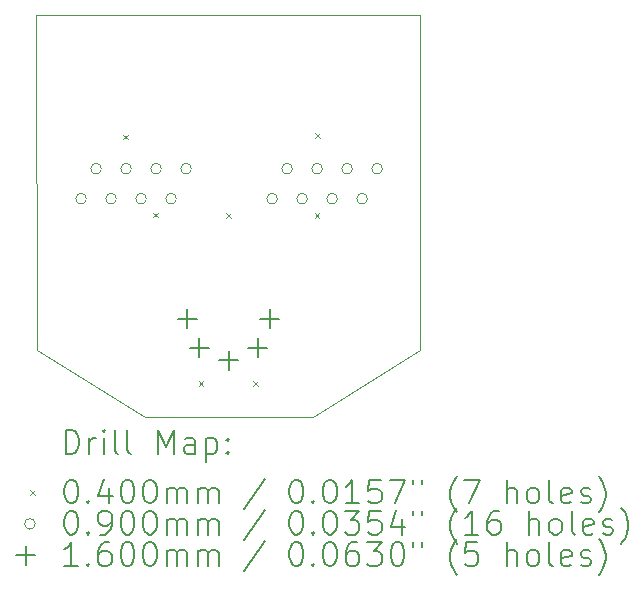
<source format=gbr>
%TF.GenerationSoftware,KiCad,Pcbnew,(6.0.11)*%
%TF.CreationDate,2024-01-24T22:10:26+00:00*%
%TF.ProjectId,Econet_RJ45_Mini,45636f6e-6574-45f5-924a-34355f4d696e,rev?*%
%TF.SameCoordinates,Original*%
%TF.FileFunction,Drillmap*%
%TF.FilePolarity,Positive*%
%FSLAX45Y45*%
G04 Gerber Fmt 4.5, Leading zero omitted, Abs format (unit mm)*
G04 Created by KiCad (PCBNEW (6.0.11)) date 2024-01-24 22:10:26*
%MOMM*%
%LPD*%
G01*
G04 APERTURE LIST*
%ADD10C,0.100000*%
%ADD11C,0.200000*%
%ADD12C,0.040000*%
%ADD13C,0.090000*%
%ADD14C,0.160000*%
G04 APERTURE END LIST*
D10*
X17306000Y-7464000D02*
X18219000Y-6900000D01*
X18219000Y-4061000D02*
X18219000Y-6900000D01*
X15884000Y-7464000D02*
X14971000Y-6900000D01*
X15884000Y-7464000D02*
X17306000Y-7464000D01*
X14963000Y-4061000D02*
X18219000Y-4061000D01*
X14963000Y-4061000D02*
X14971000Y-6900000D01*
D11*
D12*
X15705000Y-5077000D02*
X15745000Y-5117000D01*
X15745000Y-5077000D02*
X15705000Y-5117000D01*
X15959000Y-5738000D02*
X15999000Y-5778000D01*
X15999000Y-5738000D02*
X15959000Y-5778000D01*
X16341000Y-7167000D02*
X16381000Y-7207000D01*
X16381000Y-7167000D02*
X16341000Y-7207000D01*
X16574000Y-5740000D02*
X16614000Y-5780000D01*
X16614000Y-5740000D02*
X16574000Y-5780000D01*
X16804000Y-7167000D02*
X16844000Y-7207000D01*
X16844000Y-7167000D02*
X16804000Y-7207000D01*
X17324000Y-5743000D02*
X17364000Y-5783000D01*
X17364000Y-5743000D02*
X17324000Y-5783000D01*
X17327000Y-5066000D02*
X17367000Y-5106000D01*
X17367000Y-5066000D02*
X17327000Y-5106000D01*
D13*
X15390982Y-5619533D02*
G75*
G03*
X15390982Y-5619533I-45000J0D01*
G01*
X15517982Y-5365534D02*
G75*
G03*
X15517982Y-5365534I-45000J0D01*
G01*
X15644982Y-5619533D02*
G75*
G03*
X15644982Y-5619533I-45000J0D01*
G01*
X15771982Y-5365534D02*
G75*
G03*
X15771982Y-5365534I-45000J0D01*
G01*
X15898982Y-5619533D02*
G75*
G03*
X15898982Y-5619533I-45000J0D01*
G01*
X16025982Y-5365534D02*
G75*
G03*
X16025982Y-5365534I-45000J0D01*
G01*
X16152982Y-5619533D02*
G75*
G03*
X16152982Y-5619533I-45000J0D01*
G01*
X16279982Y-5365534D02*
G75*
G03*
X16279982Y-5365534I-45000J0D01*
G01*
X17008982Y-5619533D02*
G75*
G03*
X17008982Y-5619533I-45000J0D01*
G01*
X17135982Y-5365534D02*
G75*
G03*
X17135982Y-5365534I-45000J0D01*
G01*
X17262982Y-5619533D02*
G75*
G03*
X17262982Y-5619533I-45000J0D01*
G01*
X17389982Y-5365534D02*
G75*
G03*
X17389982Y-5365534I-45000J0D01*
G01*
X17516982Y-5619533D02*
G75*
G03*
X17516982Y-5619533I-45000J0D01*
G01*
X17643982Y-5365534D02*
G75*
G03*
X17643982Y-5365534I-45000J0D01*
G01*
X17770982Y-5619533D02*
G75*
G03*
X17770982Y-5619533I-45000J0D01*
G01*
X17897982Y-5365534D02*
G75*
G03*
X17897982Y-5365534I-45000J0D01*
G01*
D14*
X16245000Y-6556000D02*
X16245000Y-6716000D01*
X16165000Y-6636000D02*
X16325000Y-6636000D01*
X16348000Y-6803000D02*
X16348000Y-6963000D01*
X16268000Y-6883000D02*
X16428000Y-6883000D01*
X16595000Y-6906000D02*
X16595000Y-7066000D01*
X16515000Y-6986000D02*
X16675000Y-6986000D01*
X16842000Y-6803000D02*
X16842000Y-6963000D01*
X16762000Y-6883000D02*
X16922000Y-6883000D01*
X16945000Y-6556000D02*
X16945000Y-6716000D01*
X16865000Y-6636000D02*
X17025000Y-6636000D01*
D11*
X15215619Y-7779476D02*
X15215619Y-7579476D01*
X15263238Y-7579476D01*
X15291809Y-7589000D01*
X15310857Y-7608048D01*
X15320381Y-7627095D01*
X15329905Y-7665190D01*
X15329905Y-7693762D01*
X15320381Y-7731857D01*
X15310857Y-7750905D01*
X15291809Y-7769952D01*
X15263238Y-7779476D01*
X15215619Y-7779476D01*
X15415619Y-7779476D02*
X15415619Y-7646143D01*
X15415619Y-7684238D02*
X15425143Y-7665190D01*
X15434667Y-7655667D01*
X15453714Y-7646143D01*
X15472762Y-7646143D01*
X15539428Y-7779476D02*
X15539428Y-7646143D01*
X15539428Y-7579476D02*
X15529905Y-7589000D01*
X15539428Y-7598524D01*
X15548952Y-7589000D01*
X15539428Y-7579476D01*
X15539428Y-7598524D01*
X15663238Y-7779476D02*
X15644190Y-7769952D01*
X15634667Y-7750905D01*
X15634667Y-7579476D01*
X15768000Y-7779476D02*
X15748952Y-7769952D01*
X15739428Y-7750905D01*
X15739428Y-7579476D01*
X15996571Y-7779476D02*
X15996571Y-7579476D01*
X16063238Y-7722333D01*
X16129905Y-7579476D01*
X16129905Y-7779476D01*
X16310857Y-7779476D02*
X16310857Y-7674714D01*
X16301333Y-7655667D01*
X16282286Y-7646143D01*
X16244190Y-7646143D01*
X16225143Y-7655667D01*
X16310857Y-7769952D02*
X16291809Y-7779476D01*
X16244190Y-7779476D01*
X16225143Y-7769952D01*
X16215619Y-7750905D01*
X16215619Y-7731857D01*
X16225143Y-7712809D01*
X16244190Y-7703286D01*
X16291809Y-7703286D01*
X16310857Y-7693762D01*
X16406095Y-7646143D02*
X16406095Y-7846143D01*
X16406095Y-7655667D02*
X16425143Y-7646143D01*
X16463238Y-7646143D01*
X16482286Y-7655667D01*
X16491809Y-7665190D01*
X16501333Y-7684238D01*
X16501333Y-7741381D01*
X16491809Y-7760428D01*
X16482286Y-7769952D01*
X16463238Y-7779476D01*
X16425143Y-7779476D01*
X16406095Y-7769952D01*
X16587048Y-7760428D02*
X16596571Y-7769952D01*
X16587048Y-7779476D01*
X16577524Y-7769952D01*
X16587048Y-7760428D01*
X16587048Y-7779476D01*
X16587048Y-7655667D02*
X16596571Y-7665190D01*
X16587048Y-7674714D01*
X16577524Y-7665190D01*
X16587048Y-7655667D01*
X16587048Y-7674714D01*
D12*
X14918000Y-8089000D02*
X14958000Y-8129000D01*
X14958000Y-8089000D02*
X14918000Y-8129000D01*
D11*
X15253714Y-7999476D02*
X15272762Y-7999476D01*
X15291809Y-8009000D01*
X15301333Y-8018524D01*
X15310857Y-8037571D01*
X15320381Y-8075667D01*
X15320381Y-8123286D01*
X15310857Y-8161381D01*
X15301333Y-8180428D01*
X15291809Y-8189952D01*
X15272762Y-8199476D01*
X15253714Y-8199476D01*
X15234667Y-8189952D01*
X15225143Y-8180428D01*
X15215619Y-8161381D01*
X15206095Y-8123286D01*
X15206095Y-8075667D01*
X15215619Y-8037571D01*
X15225143Y-8018524D01*
X15234667Y-8009000D01*
X15253714Y-7999476D01*
X15406095Y-8180428D02*
X15415619Y-8189952D01*
X15406095Y-8199476D01*
X15396571Y-8189952D01*
X15406095Y-8180428D01*
X15406095Y-8199476D01*
X15587048Y-8066143D02*
X15587048Y-8199476D01*
X15539428Y-7989952D02*
X15491809Y-8132809D01*
X15615619Y-8132809D01*
X15729905Y-7999476D02*
X15748952Y-7999476D01*
X15768000Y-8009000D01*
X15777524Y-8018524D01*
X15787048Y-8037571D01*
X15796571Y-8075667D01*
X15796571Y-8123286D01*
X15787048Y-8161381D01*
X15777524Y-8180428D01*
X15768000Y-8189952D01*
X15748952Y-8199476D01*
X15729905Y-8199476D01*
X15710857Y-8189952D01*
X15701333Y-8180428D01*
X15691809Y-8161381D01*
X15682286Y-8123286D01*
X15682286Y-8075667D01*
X15691809Y-8037571D01*
X15701333Y-8018524D01*
X15710857Y-8009000D01*
X15729905Y-7999476D01*
X15920381Y-7999476D02*
X15939428Y-7999476D01*
X15958476Y-8009000D01*
X15968000Y-8018524D01*
X15977524Y-8037571D01*
X15987048Y-8075667D01*
X15987048Y-8123286D01*
X15977524Y-8161381D01*
X15968000Y-8180428D01*
X15958476Y-8189952D01*
X15939428Y-8199476D01*
X15920381Y-8199476D01*
X15901333Y-8189952D01*
X15891809Y-8180428D01*
X15882286Y-8161381D01*
X15872762Y-8123286D01*
X15872762Y-8075667D01*
X15882286Y-8037571D01*
X15891809Y-8018524D01*
X15901333Y-8009000D01*
X15920381Y-7999476D01*
X16072762Y-8199476D02*
X16072762Y-8066143D01*
X16072762Y-8085190D02*
X16082286Y-8075667D01*
X16101333Y-8066143D01*
X16129905Y-8066143D01*
X16148952Y-8075667D01*
X16158476Y-8094714D01*
X16158476Y-8199476D01*
X16158476Y-8094714D02*
X16168000Y-8075667D01*
X16187048Y-8066143D01*
X16215619Y-8066143D01*
X16234667Y-8075667D01*
X16244190Y-8094714D01*
X16244190Y-8199476D01*
X16339428Y-8199476D02*
X16339428Y-8066143D01*
X16339428Y-8085190D02*
X16348952Y-8075667D01*
X16368000Y-8066143D01*
X16396571Y-8066143D01*
X16415619Y-8075667D01*
X16425143Y-8094714D01*
X16425143Y-8199476D01*
X16425143Y-8094714D02*
X16434667Y-8075667D01*
X16453714Y-8066143D01*
X16482286Y-8066143D01*
X16501333Y-8075667D01*
X16510857Y-8094714D01*
X16510857Y-8199476D01*
X16901333Y-7989952D02*
X16729905Y-8247095D01*
X17158476Y-7999476D02*
X17177524Y-7999476D01*
X17196571Y-8009000D01*
X17206095Y-8018524D01*
X17215619Y-8037571D01*
X17225143Y-8075667D01*
X17225143Y-8123286D01*
X17215619Y-8161381D01*
X17206095Y-8180428D01*
X17196571Y-8189952D01*
X17177524Y-8199476D01*
X17158476Y-8199476D01*
X17139429Y-8189952D01*
X17129905Y-8180428D01*
X17120381Y-8161381D01*
X17110857Y-8123286D01*
X17110857Y-8075667D01*
X17120381Y-8037571D01*
X17129905Y-8018524D01*
X17139429Y-8009000D01*
X17158476Y-7999476D01*
X17310857Y-8180428D02*
X17320381Y-8189952D01*
X17310857Y-8199476D01*
X17301333Y-8189952D01*
X17310857Y-8180428D01*
X17310857Y-8199476D01*
X17444190Y-7999476D02*
X17463238Y-7999476D01*
X17482286Y-8009000D01*
X17491810Y-8018524D01*
X17501333Y-8037571D01*
X17510857Y-8075667D01*
X17510857Y-8123286D01*
X17501333Y-8161381D01*
X17491810Y-8180428D01*
X17482286Y-8189952D01*
X17463238Y-8199476D01*
X17444190Y-8199476D01*
X17425143Y-8189952D01*
X17415619Y-8180428D01*
X17406095Y-8161381D01*
X17396571Y-8123286D01*
X17396571Y-8075667D01*
X17406095Y-8037571D01*
X17415619Y-8018524D01*
X17425143Y-8009000D01*
X17444190Y-7999476D01*
X17701333Y-8199476D02*
X17587048Y-8199476D01*
X17644190Y-8199476D02*
X17644190Y-7999476D01*
X17625143Y-8028048D01*
X17606095Y-8047095D01*
X17587048Y-8056619D01*
X17882286Y-7999476D02*
X17787048Y-7999476D01*
X17777524Y-8094714D01*
X17787048Y-8085190D01*
X17806095Y-8075667D01*
X17853714Y-8075667D01*
X17872762Y-8085190D01*
X17882286Y-8094714D01*
X17891810Y-8113762D01*
X17891810Y-8161381D01*
X17882286Y-8180428D01*
X17872762Y-8189952D01*
X17853714Y-8199476D01*
X17806095Y-8199476D01*
X17787048Y-8189952D01*
X17777524Y-8180428D01*
X17958476Y-7999476D02*
X18091810Y-7999476D01*
X18006095Y-8199476D01*
X18158476Y-7999476D02*
X18158476Y-8037571D01*
X18234667Y-7999476D02*
X18234667Y-8037571D01*
X18529905Y-8275667D02*
X18520381Y-8266143D01*
X18501333Y-8237571D01*
X18491810Y-8218524D01*
X18482286Y-8189952D01*
X18472762Y-8142333D01*
X18472762Y-8104238D01*
X18482286Y-8056619D01*
X18491810Y-8028048D01*
X18501333Y-8009000D01*
X18520381Y-7980428D01*
X18529905Y-7970905D01*
X18587048Y-7999476D02*
X18720381Y-7999476D01*
X18634667Y-8199476D01*
X18948952Y-8199476D02*
X18948952Y-7999476D01*
X19034667Y-8199476D02*
X19034667Y-8094714D01*
X19025143Y-8075667D01*
X19006095Y-8066143D01*
X18977524Y-8066143D01*
X18958476Y-8075667D01*
X18948952Y-8085190D01*
X19158476Y-8199476D02*
X19139429Y-8189952D01*
X19129905Y-8180428D01*
X19120381Y-8161381D01*
X19120381Y-8104238D01*
X19129905Y-8085190D01*
X19139429Y-8075667D01*
X19158476Y-8066143D01*
X19187048Y-8066143D01*
X19206095Y-8075667D01*
X19215619Y-8085190D01*
X19225143Y-8104238D01*
X19225143Y-8161381D01*
X19215619Y-8180428D01*
X19206095Y-8189952D01*
X19187048Y-8199476D01*
X19158476Y-8199476D01*
X19339429Y-8199476D02*
X19320381Y-8189952D01*
X19310857Y-8170905D01*
X19310857Y-7999476D01*
X19491810Y-8189952D02*
X19472762Y-8199476D01*
X19434667Y-8199476D01*
X19415619Y-8189952D01*
X19406095Y-8170905D01*
X19406095Y-8094714D01*
X19415619Y-8075667D01*
X19434667Y-8066143D01*
X19472762Y-8066143D01*
X19491810Y-8075667D01*
X19501333Y-8094714D01*
X19501333Y-8113762D01*
X19406095Y-8132809D01*
X19577524Y-8189952D02*
X19596571Y-8199476D01*
X19634667Y-8199476D01*
X19653714Y-8189952D01*
X19663238Y-8170905D01*
X19663238Y-8161381D01*
X19653714Y-8142333D01*
X19634667Y-8132809D01*
X19606095Y-8132809D01*
X19587048Y-8123286D01*
X19577524Y-8104238D01*
X19577524Y-8094714D01*
X19587048Y-8075667D01*
X19606095Y-8066143D01*
X19634667Y-8066143D01*
X19653714Y-8075667D01*
X19729905Y-8275667D02*
X19739429Y-8266143D01*
X19758476Y-8237571D01*
X19768000Y-8218524D01*
X19777524Y-8189952D01*
X19787048Y-8142333D01*
X19787048Y-8104238D01*
X19777524Y-8056619D01*
X19768000Y-8028048D01*
X19758476Y-8009000D01*
X19739429Y-7980428D01*
X19729905Y-7970905D01*
D13*
X14958000Y-8373000D02*
G75*
G03*
X14958000Y-8373000I-45000J0D01*
G01*
D11*
X15253714Y-8263476D02*
X15272762Y-8263476D01*
X15291809Y-8273000D01*
X15301333Y-8282524D01*
X15310857Y-8301571D01*
X15320381Y-8339667D01*
X15320381Y-8387286D01*
X15310857Y-8425381D01*
X15301333Y-8444429D01*
X15291809Y-8453952D01*
X15272762Y-8463476D01*
X15253714Y-8463476D01*
X15234667Y-8453952D01*
X15225143Y-8444429D01*
X15215619Y-8425381D01*
X15206095Y-8387286D01*
X15206095Y-8339667D01*
X15215619Y-8301571D01*
X15225143Y-8282524D01*
X15234667Y-8273000D01*
X15253714Y-8263476D01*
X15406095Y-8444429D02*
X15415619Y-8453952D01*
X15406095Y-8463476D01*
X15396571Y-8453952D01*
X15406095Y-8444429D01*
X15406095Y-8463476D01*
X15510857Y-8463476D02*
X15548952Y-8463476D01*
X15568000Y-8453952D01*
X15577524Y-8444429D01*
X15596571Y-8415857D01*
X15606095Y-8377762D01*
X15606095Y-8301571D01*
X15596571Y-8282524D01*
X15587048Y-8273000D01*
X15568000Y-8263476D01*
X15529905Y-8263476D01*
X15510857Y-8273000D01*
X15501333Y-8282524D01*
X15491809Y-8301571D01*
X15491809Y-8349190D01*
X15501333Y-8368238D01*
X15510857Y-8377762D01*
X15529905Y-8387286D01*
X15568000Y-8387286D01*
X15587048Y-8377762D01*
X15596571Y-8368238D01*
X15606095Y-8349190D01*
X15729905Y-8263476D02*
X15748952Y-8263476D01*
X15768000Y-8273000D01*
X15777524Y-8282524D01*
X15787048Y-8301571D01*
X15796571Y-8339667D01*
X15796571Y-8387286D01*
X15787048Y-8425381D01*
X15777524Y-8444429D01*
X15768000Y-8453952D01*
X15748952Y-8463476D01*
X15729905Y-8463476D01*
X15710857Y-8453952D01*
X15701333Y-8444429D01*
X15691809Y-8425381D01*
X15682286Y-8387286D01*
X15682286Y-8339667D01*
X15691809Y-8301571D01*
X15701333Y-8282524D01*
X15710857Y-8273000D01*
X15729905Y-8263476D01*
X15920381Y-8263476D02*
X15939428Y-8263476D01*
X15958476Y-8273000D01*
X15968000Y-8282524D01*
X15977524Y-8301571D01*
X15987048Y-8339667D01*
X15987048Y-8387286D01*
X15977524Y-8425381D01*
X15968000Y-8444429D01*
X15958476Y-8453952D01*
X15939428Y-8463476D01*
X15920381Y-8463476D01*
X15901333Y-8453952D01*
X15891809Y-8444429D01*
X15882286Y-8425381D01*
X15872762Y-8387286D01*
X15872762Y-8339667D01*
X15882286Y-8301571D01*
X15891809Y-8282524D01*
X15901333Y-8273000D01*
X15920381Y-8263476D01*
X16072762Y-8463476D02*
X16072762Y-8330143D01*
X16072762Y-8349190D02*
X16082286Y-8339667D01*
X16101333Y-8330143D01*
X16129905Y-8330143D01*
X16148952Y-8339667D01*
X16158476Y-8358714D01*
X16158476Y-8463476D01*
X16158476Y-8358714D02*
X16168000Y-8339667D01*
X16187048Y-8330143D01*
X16215619Y-8330143D01*
X16234667Y-8339667D01*
X16244190Y-8358714D01*
X16244190Y-8463476D01*
X16339428Y-8463476D02*
X16339428Y-8330143D01*
X16339428Y-8349190D02*
X16348952Y-8339667D01*
X16368000Y-8330143D01*
X16396571Y-8330143D01*
X16415619Y-8339667D01*
X16425143Y-8358714D01*
X16425143Y-8463476D01*
X16425143Y-8358714D02*
X16434667Y-8339667D01*
X16453714Y-8330143D01*
X16482286Y-8330143D01*
X16501333Y-8339667D01*
X16510857Y-8358714D01*
X16510857Y-8463476D01*
X16901333Y-8253952D02*
X16729905Y-8511095D01*
X17158476Y-8263476D02*
X17177524Y-8263476D01*
X17196571Y-8273000D01*
X17206095Y-8282524D01*
X17215619Y-8301571D01*
X17225143Y-8339667D01*
X17225143Y-8387286D01*
X17215619Y-8425381D01*
X17206095Y-8444429D01*
X17196571Y-8453952D01*
X17177524Y-8463476D01*
X17158476Y-8463476D01*
X17139429Y-8453952D01*
X17129905Y-8444429D01*
X17120381Y-8425381D01*
X17110857Y-8387286D01*
X17110857Y-8339667D01*
X17120381Y-8301571D01*
X17129905Y-8282524D01*
X17139429Y-8273000D01*
X17158476Y-8263476D01*
X17310857Y-8444429D02*
X17320381Y-8453952D01*
X17310857Y-8463476D01*
X17301333Y-8453952D01*
X17310857Y-8444429D01*
X17310857Y-8463476D01*
X17444190Y-8263476D02*
X17463238Y-8263476D01*
X17482286Y-8273000D01*
X17491810Y-8282524D01*
X17501333Y-8301571D01*
X17510857Y-8339667D01*
X17510857Y-8387286D01*
X17501333Y-8425381D01*
X17491810Y-8444429D01*
X17482286Y-8453952D01*
X17463238Y-8463476D01*
X17444190Y-8463476D01*
X17425143Y-8453952D01*
X17415619Y-8444429D01*
X17406095Y-8425381D01*
X17396571Y-8387286D01*
X17396571Y-8339667D01*
X17406095Y-8301571D01*
X17415619Y-8282524D01*
X17425143Y-8273000D01*
X17444190Y-8263476D01*
X17577524Y-8263476D02*
X17701333Y-8263476D01*
X17634667Y-8339667D01*
X17663238Y-8339667D01*
X17682286Y-8349190D01*
X17691810Y-8358714D01*
X17701333Y-8377762D01*
X17701333Y-8425381D01*
X17691810Y-8444429D01*
X17682286Y-8453952D01*
X17663238Y-8463476D01*
X17606095Y-8463476D01*
X17587048Y-8453952D01*
X17577524Y-8444429D01*
X17882286Y-8263476D02*
X17787048Y-8263476D01*
X17777524Y-8358714D01*
X17787048Y-8349190D01*
X17806095Y-8339667D01*
X17853714Y-8339667D01*
X17872762Y-8349190D01*
X17882286Y-8358714D01*
X17891810Y-8377762D01*
X17891810Y-8425381D01*
X17882286Y-8444429D01*
X17872762Y-8453952D01*
X17853714Y-8463476D01*
X17806095Y-8463476D01*
X17787048Y-8453952D01*
X17777524Y-8444429D01*
X18063238Y-8330143D02*
X18063238Y-8463476D01*
X18015619Y-8253952D02*
X17968000Y-8396810D01*
X18091810Y-8396810D01*
X18158476Y-8263476D02*
X18158476Y-8301571D01*
X18234667Y-8263476D02*
X18234667Y-8301571D01*
X18529905Y-8539667D02*
X18520381Y-8530143D01*
X18501333Y-8501571D01*
X18491810Y-8482524D01*
X18482286Y-8453952D01*
X18472762Y-8406333D01*
X18472762Y-8368238D01*
X18482286Y-8320619D01*
X18491810Y-8292048D01*
X18501333Y-8273000D01*
X18520381Y-8244428D01*
X18529905Y-8234905D01*
X18710857Y-8463476D02*
X18596571Y-8463476D01*
X18653714Y-8463476D02*
X18653714Y-8263476D01*
X18634667Y-8292048D01*
X18615619Y-8311095D01*
X18596571Y-8320619D01*
X18882286Y-8263476D02*
X18844190Y-8263476D01*
X18825143Y-8273000D01*
X18815619Y-8282524D01*
X18796571Y-8311095D01*
X18787048Y-8349190D01*
X18787048Y-8425381D01*
X18796571Y-8444429D01*
X18806095Y-8453952D01*
X18825143Y-8463476D01*
X18863238Y-8463476D01*
X18882286Y-8453952D01*
X18891810Y-8444429D01*
X18901333Y-8425381D01*
X18901333Y-8377762D01*
X18891810Y-8358714D01*
X18882286Y-8349190D01*
X18863238Y-8339667D01*
X18825143Y-8339667D01*
X18806095Y-8349190D01*
X18796571Y-8358714D01*
X18787048Y-8377762D01*
X19139429Y-8463476D02*
X19139429Y-8263476D01*
X19225143Y-8463476D02*
X19225143Y-8358714D01*
X19215619Y-8339667D01*
X19196571Y-8330143D01*
X19168000Y-8330143D01*
X19148952Y-8339667D01*
X19139429Y-8349190D01*
X19348952Y-8463476D02*
X19329905Y-8453952D01*
X19320381Y-8444429D01*
X19310857Y-8425381D01*
X19310857Y-8368238D01*
X19320381Y-8349190D01*
X19329905Y-8339667D01*
X19348952Y-8330143D01*
X19377524Y-8330143D01*
X19396571Y-8339667D01*
X19406095Y-8349190D01*
X19415619Y-8368238D01*
X19415619Y-8425381D01*
X19406095Y-8444429D01*
X19396571Y-8453952D01*
X19377524Y-8463476D01*
X19348952Y-8463476D01*
X19529905Y-8463476D02*
X19510857Y-8453952D01*
X19501333Y-8434905D01*
X19501333Y-8263476D01*
X19682286Y-8453952D02*
X19663238Y-8463476D01*
X19625143Y-8463476D01*
X19606095Y-8453952D01*
X19596571Y-8434905D01*
X19596571Y-8358714D01*
X19606095Y-8339667D01*
X19625143Y-8330143D01*
X19663238Y-8330143D01*
X19682286Y-8339667D01*
X19691810Y-8358714D01*
X19691810Y-8377762D01*
X19596571Y-8396810D01*
X19768000Y-8453952D02*
X19787048Y-8463476D01*
X19825143Y-8463476D01*
X19844190Y-8453952D01*
X19853714Y-8434905D01*
X19853714Y-8425381D01*
X19844190Y-8406333D01*
X19825143Y-8396810D01*
X19796571Y-8396810D01*
X19777524Y-8387286D01*
X19768000Y-8368238D01*
X19768000Y-8358714D01*
X19777524Y-8339667D01*
X19796571Y-8330143D01*
X19825143Y-8330143D01*
X19844190Y-8339667D01*
X19920381Y-8539667D02*
X19929905Y-8530143D01*
X19948952Y-8501571D01*
X19958476Y-8482524D01*
X19968000Y-8453952D01*
X19977524Y-8406333D01*
X19977524Y-8368238D01*
X19968000Y-8320619D01*
X19958476Y-8292048D01*
X19948952Y-8273000D01*
X19929905Y-8244428D01*
X19920381Y-8234905D01*
D14*
X14878000Y-8557000D02*
X14878000Y-8717000D01*
X14798000Y-8637000D02*
X14958000Y-8637000D01*
D11*
X15320381Y-8727476D02*
X15206095Y-8727476D01*
X15263238Y-8727476D02*
X15263238Y-8527476D01*
X15244190Y-8556048D01*
X15225143Y-8575095D01*
X15206095Y-8584619D01*
X15406095Y-8708429D02*
X15415619Y-8717952D01*
X15406095Y-8727476D01*
X15396571Y-8717952D01*
X15406095Y-8708429D01*
X15406095Y-8727476D01*
X15587048Y-8527476D02*
X15548952Y-8527476D01*
X15529905Y-8537000D01*
X15520381Y-8546524D01*
X15501333Y-8575095D01*
X15491809Y-8613190D01*
X15491809Y-8689381D01*
X15501333Y-8708429D01*
X15510857Y-8717952D01*
X15529905Y-8727476D01*
X15568000Y-8727476D01*
X15587048Y-8717952D01*
X15596571Y-8708429D01*
X15606095Y-8689381D01*
X15606095Y-8641762D01*
X15596571Y-8622714D01*
X15587048Y-8613190D01*
X15568000Y-8603667D01*
X15529905Y-8603667D01*
X15510857Y-8613190D01*
X15501333Y-8622714D01*
X15491809Y-8641762D01*
X15729905Y-8527476D02*
X15748952Y-8527476D01*
X15768000Y-8537000D01*
X15777524Y-8546524D01*
X15787048Y-8565571D01*
X15796571Y-8603667D01*
X15796571Y-8651286D01*
X15787048Y-8689381D01*
X15777524Y-8708429D01*
X15768000Y-8717952D01*
X15748952Y-8727476D01*
X15729905Y-8727476D01*
X15710857Y-8717952D01*
X15701333Y-8708429D01*
X15691809Y-8689381D01*
X15682286Y-8651286D01*
X15682286Y-8603667D01*
X15691809Y-8565571D01*
X15701333Y-8546524D01*
X15710857Y-8537000D01*
X15729905Y-8527476D01*
X15920381Y-8527476D02*
X15939428Y-8527476D01*
X15958476Y-8537000D01*
X15968000Y-8546524D01*
X15977524Y-8565571D01*
X15987048Y-8603667D01*
X15987048Y-8651286D01*
X15977524Y-8689381D01*
X15968000Y-8708429D01*
X15958476Y-8717952D01*
X15939428Y-8727476D01*
X15920381Y-8727476D01*
X15901333Y-8717952D01*
X15891809Y-8708429D01*
X15882286Y-8689381D01*
X15872762Y-8651286D01*
X15872762Y-8603667D01*
X15882286Y-8565571D01*
X15891809Y-8546524D01*
X15901333Y-8537000D01*
X15920381Y-8527476D01*
X16072762Y-8727476D02*
X16072762Y-8594143D01*
X16072762Y-8613190D02*
X16082286Y-8603667D01*
X16101333Y-8594143D01*
X16129905Y-8594143D01*
X16148952Y-8603667D01*
X16158476Y-8622714D01*
X16158476Y-8727476D01*
X16158476Y-8622714D02*
X16168000Y-8603667D01*
X16187048Y-8594143D01*
X16215619Y-8594143D01*
X16234667Y-8603667D01*
X16244190Y-8622714D01*
X16244190Y-8727476D01*
X16339428Y-8727476D02*
X16339428Y-8594143D01*
X16339428Y-8613190D02*
X16348952Y-8603667D01*
X16368000Y-8594143D01*
X16396571Y-8594143D01*
X16415619Y-8603667D01*
X16425143Y-8622714D01*
X16425143Y-8727476D01*
X16425143Y-8622714D02*
X16434667Y-8603667D01*
X16453714Y-8594143D01*
X16482286Y-8594143D01*
X16501333Y-8603667D01*
X16510857Y-8622714D01*
X16510857Y-8727476D01*
X16901333Y-8517952D02*
X16729905Y-8775095D01*
X17158476Y-8527476D02*
X17177524Y-8527476D01*
X17196571Y-8537000D01*
X17206095Y-8546524D01*
X17215619Y-8565571D01*
X17225143Y-8603667D01*
X17225143Y-8651286D01*
X17215619Y-8689381D01*
X17206095Y-8708429D01*
X17196571Y-8717952D01*
X17177524Y-8727476D01*
X17158476Y-8727476D01*
X17139429Y-8717952D01*
X17129905Y-8708429D01*
X17120381Y-8689381D01*
X17110857Y-8651286D01*
X17110857Y-8603667D01*
X17120381Y-8565571D01*
X17129905Y-8546524D01*
X17139429Y-8537000D01*
X17158476Y-8527476D01*
X17310857Y-8708429D02*
X17320381Y-8717952D01*
X17310857Y-8727476D01*
X17301333Y-8717952D01*
X17310857Y-8708429D01*
X17310857Y-8727476D01*
X17444190Y-8527476D02*
X17463238Y-8527476D01*
X17482286Y-8537000D01*
X17491810Y-8546524D01*
X17501333Y-8565571D01*
X17510857Y-8603667D01*
X17510857Y-8651286D01*
X17501333Y-8689381D01*
X17491810Y-8708429D01*
X17482286Y-8717952D01*
X17463238Y-8727476D01*
X17444190Y-8727476D01*
X17425143Y-8717952D01*
X17415619Y-8708429D01*
X17406095Y-8689381D01*
X17396571Y-8651286D01*
X17396571Y-8603667D01*
X17406095Y-8565571D01*
X17415619Y-8546524D01*
X17425143Y-8537000D01*
X17444190Y-8527476D01*
X17682286Y-8527476D02*
X17644190Y-8527476D01*
X17625143Y-8537000D01*
X17615619Y-8546524D01*
X17596571Y-8575095D01*
X17587048Y-8613190D01*
X17587048Y-8689381D01*
X17596571Y-8708429D01*
X17606095Y-8717952D01*
X17625143Y-8727476D01*
X17663238Y-8727476D01*
X17682286Y-8717952D01*
X17691810Y-8708429D01*
X17701333Y-8689381D01*
X17701333Y-8641762D01*
X17691810Y-8622714D01*
X17682286Y-8613190D01*
X17663238Y-8603667D01*
X17625143Y-8603667D01*
X17606095Y-8613190D01*
X17596571Y-8622714D01*
X17587048Y-8641762D01*
X17768000Y-8527476D02*
X17891810Y-8527476D01*
X17825143Y-8603667D01*
X17853714Y-8603667D01*
X17872762Y-8613190D01*
X17882286Y-8622714D01*
X17891810Y-8641762D01*
X17891810Y-8689381D01*
X17882286Y-8708429D01*
X17872762Y-8717952D01*
X17853714Y-8727476D01*
X17796571Y-8727476D01*
X17777524Y-8717952D01*
X17768000Y-8708429D01*
X18015619Y-8527476D02*
X18034667Y-8527476D01*
X18053714Y-8537000D01*
X18063238Y-8546524D01*
X18072762Y-8565571D01*
X18082286Y-8603667D01*
X18082286Y-8651286D01*
X18072762Y-8689381D01*
X18063238Y-8708429D01*
X18053714Y-8717952D01*
X18034667Y-8727476D01*
X18015619Y-8727476D01*
X17996571Y-8717952D01*
X17987048Y-8708429D01*
X17977524Y-8689381D01*
X17968000Y-8651286D01*
X17968000Y-8603667D01*
X17977524Y-8565571D01*
X17987048Y-8546524D01*
X17996571Y-8537000D01*
X18015619Y-8527476D01*
X18158476Y-8527476D02*
X18158476Y-8565571D01*
X18234667Y-8527476D02*
X18234667Y-8565571D01*
X18529905Y-8803667D02*
X18520381Y-8794143D01*
X18501333Y-8765571D01*
X18491810Y-8746524D01*
X18482286Y-8717952D01*
X18472762Y-8670333D01*
X18472762Y-8632238D01*
X18482286Y-8584619D01*
X18491810Y-8556048D01*
X18501333Y-8537000D01*
X18520381Y-8508429D01*
X18529905Y-8498905D01*
X18701333Y-8527476D02*
X18606095Y-8527476D01*
X18596571Y-8622714D01*
X18606095Y-8613190D01*
X18625143Y-8603667D01*
X18672762Y-8603667D01*
X18691810Y-8613190D01*
X18701333Y-8622714D01*
X18710857Y-8641762D01*
X18710857Y-8689381D01*
X18701333Y-8708429D01*
X18691810Y-8717952D01*
X18672762Y-8727476D01*
X18625143Y-8727476D01*
X18606095Y-8717952D01*
X18596571Y-8708429D01*
X18948952Y-8727476D02*
X18948952Y-8527476D01*
X19034667Y-8727476D02*
X19034667Y-8622714D01*
X19025143Y-8603667D01*
X19006095Y-8594143D01*
X18977524Y-8594143D01*
X18958476Y-8603667D01*
X18948952Y-8613190D01*
X19158476Y-8727476D02*
X19139429Y-8717952D01*
X19129905Y-8708429D01*
X19120381Y-8689381D01*
X19120381Y-8632238D01*
X19129905Y-8613190D01*
X19139429Y-8603667D01*
X19158476Y-8594143D01*
X19187048Y-8594143D01*
X19206095Y-8603667D01*
X19215619Y-8613190D01*
X19225143Y-8632238D01*
X19225143Y-8689381D01*
X19215619Y-8708429D01*
X19206095Y-8717952D01*
X19187048Y-8727476D01*
X19158476Y-8727476D01*
X19339429Y-8727476D02*
X19320381Y-8717952D01*
X19310857Y-8698905D01*
X19310857Y-8527476D01*
X19491810Y-8717952D02*
X19472762Y-8727476D01*
X19434667Y-8727476D01*
X19415619Y-8717952D01*
X19406095Y-8698905D01*
X19406095Y-8622714D01*
X19415619Y-8603667D01*
X19434667Y-8594143D01*
X19472762Y-8594143D01*
X19491810Y-8603667D01*
X19501333Y-8622714D01*
X19501333Y-8641762D01*
X19406095Y-8660810D01*
X19577524Y-8717952D02*
X19596571Y-8727476D01*
X19634667Y-8727476D01*
X19653714Y-8717952D01*
X19663238Y-8698905D01*
X19663238Y-8689381D01*
X19653714Y-8670333D01*
X19634667Y-8660810D01*
X19606095Y-8660810D01*
X19587048Y-8651286D01*
X19577524Y-8632238D01*
X19577524Y-8622714D01*
X19587048Y-8603667D01*
X19606095Y-8594143D01*
X19634667Y-8594143D01*
X19653714Y-8603667D01*
X19729905Y-8803667D02*
X19739429Y-8794143D01*
X19758476Y-8765571D01*
X19768000Y-8746524D01*
X19777524Y-8717952D01*
X19787048Y-8670333D01*
X19787048Y-8632238D01*
X19777524Y-8584619D01*
X19768000Y-8556048D01*
X19758476Y-8537000D01*
X19739429Y-8508429D01*
X19729905Y-8498905D01*
M02*

</source>
